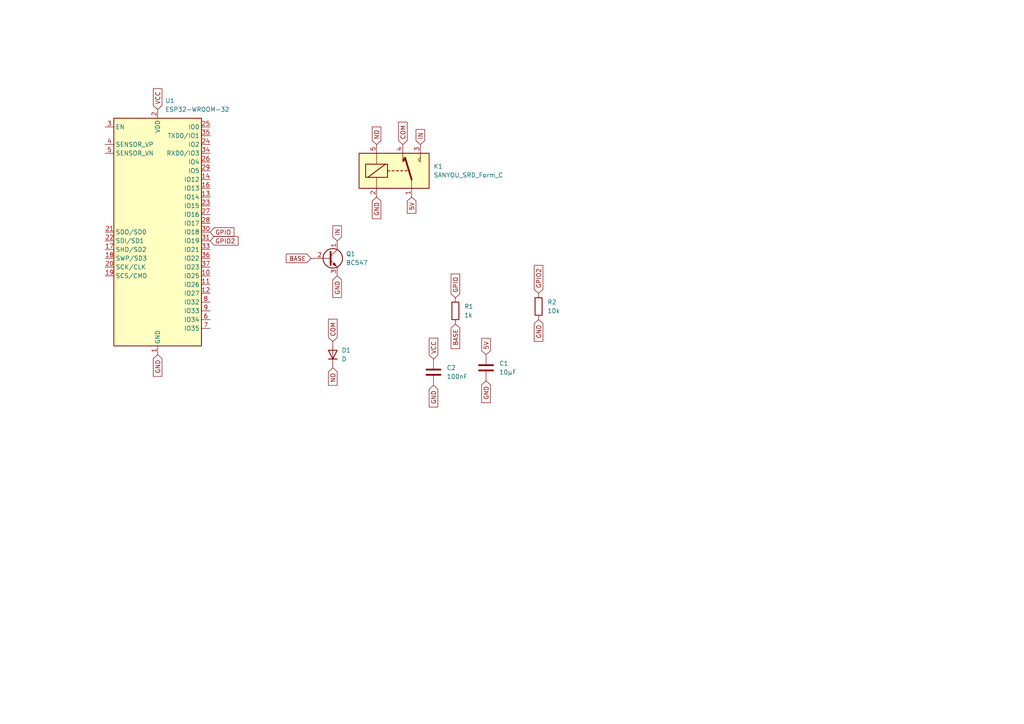
<source format=kicad_sch>
(kicad_sch (version 20231120) (generator "eeschema") (generator_version "8.0")
  (paper "A4")
  (lib_symbols
    (symbol "Device:C" (pin_numbers hide) (pin_names (offset 0.254))
      (property "Reference" "C" (at 0.635 2.54 0))
      (property "Value" "C" (at 0.635 -2.54 0))
      (symbol "C_0_1"
        (polyline (pts (xy -2.032 -0.762) (xy 2.032 -0.762)) (stroke (width 0.508)))
        (polyline (pts (xy -2.032 0.762) (xy 2.032 0.762)) (stroke (width 0.508)))
      )
      (symbol "C_1_1"
        (pin passive line (at 0 3.81 270) (length 2.794) (name "~") (number "1"))
        (pin passive line (at 0 -3.81 90) (length 2.794) (name "~") (number "2"))
      )
    )
    (symbol "Device:D" (pin_numbers hide) (pin_names (offset 1.016) hide)
      (property "Reference" "D" (at 0 2.54 0))
      (property "Value" "D" (at 0 -2.54 0))
      (symbol "D_0_1"
        (polyline (pts (xy -1.27 1.27) (xy -1.27 -1.27)) (stroke (width 0.254)))
        (polyline (pts (xy 1.27 0) (xy -1.27 0)))
        (polyline (pts (xy 1.27 1.27) (xy 1.27 -1.27) (xy -1.27 0) (xy 1.27 1.27)) (stroke (width 0.254)))
      )
      (symbol "D_1_1"
        (pin passive line (at -3.81 0 0) (length 2.54) (name "K") (number "1"))
        (pin passive line (at 3.81 0 180) (length 2.54) (name "A") (number "2"))
      )
    )
    (symbol "Device:R" (pin_numbers hide) (pin_names (offset 0))
      (property "Reference" "R" (at 2.032 0 90))
      (property "Value" "R" (at 0 0 90))
      (symbol "R_0_1"
        (rectangle (start -1.016 -2.54) (end 1.016 2.54) (stroke (width 0.254)))
      )
      (symbol "R_1_1"
        (pin passive line (at 0 3.81 270) (length 1.27) (name "~") (number "1"))
        (pin passive line (at 0 -3.81 90) (length 1.27) (name "~") (number "2"))
      )
    )
    (symbol "RF_Module:ESP32-WROOM-32"
      (property "Reference" "U" (at -12.7 34.29 0))
      (property "Value" "ESP32-WROOM-32" (at 1.27 34.29 0))
      (symbol "ESP32-WROOM-32_0_1"
        (rectangle (start -12.7 33.02) (end 12.7 -33.02) (stroke (width 0.254)) (fill (type background)))
      )
      (symbol "ESP32-WROOM-32_1_1"
        (pin power_in line (at 0 -35.56 90) (length 2.54) (name "GND") (number "1"))
        (pin bidirectional line (at 15.24 -12.7 180) (length 2.54) (name "IO25") (number "10"))
        (pin bidirectional line (at 15.24 -15.24 180) (length 2.54) (name "IO26") (number "11"))
        (pin bidirectional line (at 15.24 -17.78 180) (length 2.54) (name "IO27") (number "12"))
        (pin bidirectional line (at 15.24 10.16 180) (length 2.54) (name "IO14") (number "13"))
        (pin bidirectional line (at 15.24 15.24 180) (length 2.54) (name "IO12") (number "14"))
        (pin passive line (at 0 -35.56 90) (length 2.54) hide (name "GND") (number "15"))
        (pin bidirectional line (at 15.24 12.7 180) (length 2.54) (name "IO13") (number "16"))
        (pin bidirectional line (at -15.24 -5.08 0) (length 2.54) (name "SHD/SD2") (number "17"))
        (pin bidirectional line (at -15.24 -7.62 0) (length 2.54) (name "SWP/SD3") (number "18"))
        (pin bidirectional line (at -15.24 -12.7 0) (length 2.54) (name "SCS/CMD") (number "19"))
        (pin power_in line (at 0 35.56 270) (length 2.54) (name "VDD") (number "2"))
        (pin bidirectional line (at -15.24 -10.16 0) (length 2.54) (name "SCK/CLK") (number "20"))
        (pin bidirectional line (at -15.24 0 0) (length 2.54) (name "SDO/SD0") (number "21"))
        (pin bidirectional line (at -15.24 -2.54 0) (length 2.54) (name "SDI/SD1") (number "22"))
        (pin bidirectional line (at 15.24 7.62 180) (length 2.54) (name "IO15") (number "23"))
        (pin bidirectional line (at 15.24 25.4 180) (length 2.54) (name "IO2") (number "24"))
        (pin bidirectional line (at 15.24 30.48 180) (length 2.54) (name "IO0") (number "25"))
        (pin bidirectional line (at 15.24 20.32 180) (length 2.54) (name "IO4") (number "26"))
        (pin bidirectional line (at 15.24 5.08 180) (length 2.54) (name "IO16") (number "27"))
        (pin bidirectional line (at 15.24 2.54 180) (length 2.54) (name "IO17") (number "28"))
        (pin bidirectional line (at 15.24 17.78 180) (length 2.54) (name "IO5") (number "29"))
        (pin input line (at -15.24 30.48 0) (length 2.54) (name "EN") (number "3"))
        (pin bidirectional line (at 15.24 0 180) (length 2.54) (name "IO18") (number "30"))
        (pin bidirectional line (at 15.24 -2.54 180) (length 2.54) (name "IO19") (number "31"))
        (pin no_connect line (at -12.7 -27.94 0) (length 2.54) hide (name "NC") (number "32"))
        (pin bidirectional line (at 15.24 -5.08 180) (length 2.54) (name "IO21") (number "33"))
        (pin bidirectional line (at 15.24 22.86 180) (length 2.54) (name "RXD0/IO3") (number "34"))
        (pin bidirectional line (at 15.24 27.94 180) (length 2.54) (name "TXD0/IO1") (number "35"))
        (pin bidirectional line (at 15.24 -7.62 180) (length 2.54) (name "IO22") (number "36"))
        (pin bidirectional line (at 15.24 -10.16 180) (length 2.54) (name "IO23") (number "37"))
        (pin passive line (at 0 -35.56 90) (length 2.54) hide (name "GND") (number "38"))
        (pin passive line (at 0 -35.56 90) (length 2.54) hide (name "GND") (number "39"))
        (pin input line (at -15.24 25.4 0) (length 2.54) (name "SENSOR_VP") (number "4"))
        (pin input line (at -15.24 22.86 0) (length 2.54) (name "SENSOR_VN") (number "5"))
        (pin input line (at 15.24 -25.4 180) (length 2.54) (name "IO34") (number "6"))
        (pin input line (at 15.24 -27.94 180) (length 2.54) (name "IO35") (number "7"))
        (pin bidirectional line (at 15.24 -20.32 180) (length 2.54) (name "IO32") (number "8"))
        (pin bidirectional line (at 15.24 -22.86 180) (length 2.54) (name "IO33") (number "9"))
      )
    )
    (symbol "Relay:SANYOU_SRD_Form_C"
      (property "Reference" "K" (at 11.43 3.81 0))
      (property "Value" "SANYOU_SRD_Form_C" (at 11.43 1.27 0))
      (symbol "SANYOU_SRD_Form_C_0_0"
        (polyline (pts (xy 7.62 5.08) (xy 7.62 2.54) (xy 6.985 3.175) (xy 7.62 3.81)))
      )
      (symbol "SANYOU_SRD_Form_C_0_1"
        (rectangle (start -10.16 5.08) (end 10.16 -5.08) (stroke (width 0.254)) (fill (type background)))
        (rectangle (start -8.255 1.905) (end -1.905 -1.905) (stroke (width 0.254)))
        (polyline (pts (xy -7.62 -1.905) (xy -2.54 1.905)) (stroke (width 0.254)))
        (polyline (pts (xy -5.08 -5.08) (xy -5.08 -1.905)))
        (polyline (pts (xy -5.08 5.08) (xy -5.08 1.905)))
        (polyline (pts (xy -1.905 0) (xy -1.27 0)) (stroke (width 0.254)))
        (polyline (pts (xy -0.635 0) (xy 0 0)) (stroke (width 0.254)))
        (polyline (pts (xy 0.635 0) (xy 1.27 0)) (stroke (width 0.254)))
        (polyline (pts (xy 1.905 0) (xy 2.54 0)) (stroke (width 0.254)))
        (polyline (pts (xy 3.175 0) (xy 3.81 0)) (stroke (width 0.254)))
        (polyline (pts (xy 5.08 -2.54) (xy 3.175 3.81)) (stroke (width 0.508)))
        (polyline (pts (xy 5.08 -2.54) (xy 5.08 -5.08)))
      )
      (symbol "SANYOU_SRD_Form_C_1_1"
        (polyline (pts (xy 2.54 3.81) (xy 3.175 3.175) (xy 2.54 2.54) (xy 2.54 5.08)) (fill (type outline)))
        (pin passive line (at 5.08 -7.62 90) (length 2.54) (name "~") (number "1"))
        (pin passive line (at -5.08 -7.62 90) (length 2.54) (name "~") (number "2"))
        (pin passive line (at 7.62 7.62 270) (length 2.54) (name "~") (number "3"))
        (pin passive line (at 2.54 7.62 270) (length 2.54) (name "~") (number "4"))
        (pin passive line (at -5.08 7.62 270) (length 2.54) (name "~") (number "5"))
      )
    )
    (symbol "Transistor_BJT:BC547" (pin_names (offset 0) hide)
      (property "Reference" "Q" (at 5.08 1.905 0))
      (property "Value" "BC547" (at 5.08 0 0))
      (symbol "BC547_0_1"
        (polyline (pts (xy 0 0) (xy 0.635 0)))
        (polyline (pts (xy 0.635 0.635) (xy 2.54 2.54)))
        (polyline (pts (xy 0.635 -0.635) (xy 2.54 -2.54) (xy 2.54 -2.54)))
        (polyline (pts (xy 0.635 1.905) (xy 0.635 -1.905) (xy 0.635 -1.905)) (stroke (width 0.508)))
        (polyline (pts (xy 1.27 -1.778) (xy 1.778 -1.27) (xy 2.286 -2.286) (xy 1.27 -1.778) (xy 1.27 -1.778)) (fill (type outline)))
        (circle (center 1.27 0) (radius 2.8194) (stroke (width 0.254)))
      )
      (symbol "BC547_1_1"
        (pin passive line (at 2.54 5.08 270) (length 2.54) (name "C") (number "1"))
        (pin input line (at -5.08 0 0) (length 5.08) (name "B") (number "2"))
        (pin passive line (at 2.54 -5.08 90) (length 2.54) (name "E") (number "3"))
      )
    )
  )
  (global_label "NO" (shape input) (at 109.22 41.91 90) (property "Intersheetrefs" "${INTERSHEET_REFS}" (effects (hide yes))))
  (global_label "COM" (shape input) (at 96.52 99.06 90) (property "Intersheetrefs" "${INTERSHEET_REFS}" (effects (hide yes))))
  (global_label "COM" (shape input) (at 116.84 41.91 90) (property "Intersheetrefs" "${INTERSHEET_REFS}" (effects (hide yes))))
  (global_label "GND" (shape input) (at 97.79 80.01 270) (property "Intersheetrefs" "${INTERSHEET_REFS}" (effects (hide yes))))
  (global_label "NO" (shape input) (at 96.52 106.68 270) (property "Intersheetrefs" "${INTERSHEET_REFS}" (effects (hide yes))))
  (global_label "GND" (shape input) (at 109.22 57.15 270) (property "Intersheetrefs" "${INTERSHEET_REFS}" (effects (hide yes))))
  (global_label "5V" (shape input) (at 140.97 102.87 90) (property "Intersheetrefs" "${INTERSHEET_REFS}" (effects (hide yes))))
  (global_label "GND" (shape input) (at 45.72 102.87 270) (property "Intersheetrefs" "${INTERSHEET_REFS}" (effects (hide yes))))
  (global_label "VCC" (shape input) (at 125.73 104.14 90) (property "Intersheetrefs" "${INTERSHEET_REFS}" (effects (hide yes))))
  (global_label "GND" (shape input) (at 156.21 92.71 270) (property "Intersheetrefs" "${INTERSHEET_REFS}" (effects (hide yes))))
  (global_label "IN" (shape input) (at 97.79 69.85 90) (property "Intersheetrefs" "${INTERSHEET_REFS}" (effects (hide yes))))
  (global_label "GND" (shape input) (at 125.73 111.76 270) (property "Intersheetrefs" "${INTERSHEET_REFS}" (effects (hide yes))))
  (global_label "GPIO" (shape input) (at 132.08 86.36 90) (property "Intersheetrefs" "${INTERSHEET_REFS}" (effects (hide yes))))
  (global_label "GPIO2" (shape input) (at 60.96 69.85 0) (property "Intersheetrefs" "${INTERSHEET_REFS}" (effects (hide yes))))
  (global_label "VCC" (shape input) (at 45.72 31.75 90) (property "Intersheetrefs" "${INTERSHEET_REFS}" (effects (hide yes))))
  (global_label "GPIO" (shape input) (at 60.96 67.31 0) (property "Intersheetrefs" "${INTERSHEET_REFS}" (effects (hide yes))))
  (global_label "IN" (shape input) (at 121.92 41.91 90) (property "Intersheetrefs" "${INTERSHEET_REFS}" (effects (hide yes))))
  (global_label "GND" (shape input) (at 140.97 110.49 270) (property "Intersheetrefs" "${INTERSHEET_REFS}" (effects (hide yes))))
  (global_label "BASE" (shape input) (at 132.08 93.98 270) (property "Intersheetrefs" "${INTERSHEET_REFS}" (effects (hide yes))))
  (global_label "BASE" (shape input) (at 90.17 74.93 180) (property "Intersheetrefs" "${INTERSHEET_REFS}" (effects (hide yes))))
  (global_label "GPIO2" (shape input) (at 156.21 85.09 90) (property "Intersheetrefs" "${INTERSHEET_REFS}" (effects (hide yes))))
  (global_label "5V" (shape input) (at 119.38 57.15 270) (property "Intersheetrefs" "${INTERSHEET_REFS}" (effects (hide yes))))
  (symbol (lib_id "Device:C") (at 125.73 107.95 0) (unit 1)
    (property "Reference" "C2" (at 129.54 106.6799 0) (effects (justify left)))
    (property "Value" "100nF" (at 129.54 109.2199 0) (effects (justify left)))
    (property "Footprint" "Capacitor_THT:CP_Radial_D10.0mm_P5.00mm" (effects (hide yes)))
    (property "Description" "Unpolarized capacitor" (effects (hide yes)))
  )
  (symbol (lib_id "Device:R") (at 132.08 90.17 0) (unit 1)
    (property "Reference" "R1" (at 134.62 88.8999 0) (effects (justify left)))
    (property "Value" "1k" (at 134.62 91.4399 0) (effects (justify left)))
    (property "Footprint" "Resistor_THT:R_Axial_DIN0207_L6.3mm_D2.5mm_P10.16mm_Horizontal" (effects (hide yes)))
    (property "Description" "Resistor" (effects (hide yes)))
  )
  (symbol (lib_id "RF_Module:ESP32-WROOM-32") (at 45.72 67.31 0) (unit 1)
    (property "Reference" "U1" (at 47.9141 29.21 0) (effects (justify left)))
    (property "Value" "ESP32-WROOM-32" (at 47.9141 31.75 0) (effects (justify left)))
    (property "Footprint" "RF_Module:ESP32-WROOM-32" (effects (hide yes)))
    (property "Datasheet" "https://www.espressif.com/sites/default/files/documentation/esp32-wroom-32_datasheet_en.pdf" (effects (hide yes)))
    (property "Description" "RF Module, ESP32-D0WDQ6 SoC, Wi-Fi 802.11b/g/n, Bluetooth, BLE, 32-bit, 2.7-3.6V, onboard antenna, SMD" (effects (hide yes)))
  )
  (symbol (lib_id "Relay:SANYOU_SRD_Form_C") (at 114.3 49.53 0) (unit 1)
    (property "Reference" "K1" (at 125.73 48.2599 0) (effects (justify left)))
    (property "Value" "SANYOU_SRD_Form_C" (at 125.73 50.7999 0) (effects (justify left)))
    (property "Footprint" "Relay_THT:Relay_SPDT_SANYOU_SRD_Series_Form_C" (effects (hide yes)))
    (property "Datasheet" "http://www.sanyourelay.ca/public/products/pdf/SRD.pdf" (effects (hide yes)))
    (property "Description" "Sanyo SRD relay, Single Pole Miniature Power Relay," (effects (hide yes)))
  )
  (symbol (lib_id "Device:D") (at 96.52 102.87 90) (unit 1)
    (property "Reference" "D1" (at 99.06 101.5999 90) (effects (justify right)))
    (property "Value" "D" (at 99.06 104.1399 90) (effects (justify right)))
    (property "Footprint" "Diode_THT:D_5W_P12.70mm_Horizontal" (effects (hide yes)))
    (property "Description" "Diode" (effects (hide yes)))
    (property "Sim.Device" "D" (effects (hide yes)))
    (property "Sim.Pins" "1=K 2=A" (effects (hide yes)))
  )
  (symbol (lib_id "Device:C") (at 140.97 106.68 0) (unit 1)
    (property "Reference" "C1" (at 144.78 105.4099 0) (effects (justify left)))
    (property "Value" "10µF" (at 144.78 107.9499 0) (effects (justify left)))
    (property "Footprint" "Capacitor_THT:CP_Radial_D10.0mm_P5.00mm" (effects (hide yes)))
    (property "Description" "Unpolarized capacitor" (effects (hide yes)))
  )
  (symbol (lib_id "Device:R") (at 156.21 88.9 0) (unit 1)
    (property "Reference" "R2" (at 158.75 87.6299 0) (effects (justify left)))
    (property "Value" "10k" (at 158.75 90.1699 0) (effects (justify left)))
    (property "Footprint" "Resistor_THT:R_Axial_DIN0207_L6.3mm_D2.5mm_P10.16mm_Horizontal" (effects (hide yes)))
    (property "Description" "Resistor" (effects (hide yes)))
  )
  (symbol (lib_id "Transistor_BJT:BC547") (at 95.25 74.93 0) (unit 1)
    (property "Reference" "Q1" (at 100.33 73.6599 0) (effects (justify left)))
    (property "Value" "BC547" (at 100.33 76.1999 0) (effects (justify left)))
    (property "Footprint" "Package_TO_SOT_THT:TO-92_Inline" (effects (hide yes)))
    (property "Datasheet" "https://www.onsemi.com/pub/Collateral/BC550-D.pdf" (effects (hide yes)))
    (property "Description" "0.1A Ic, 45V Vce, Small Signal NPN Transistor, TO-92" (effects (hide yes)))
  )
)
</source>
